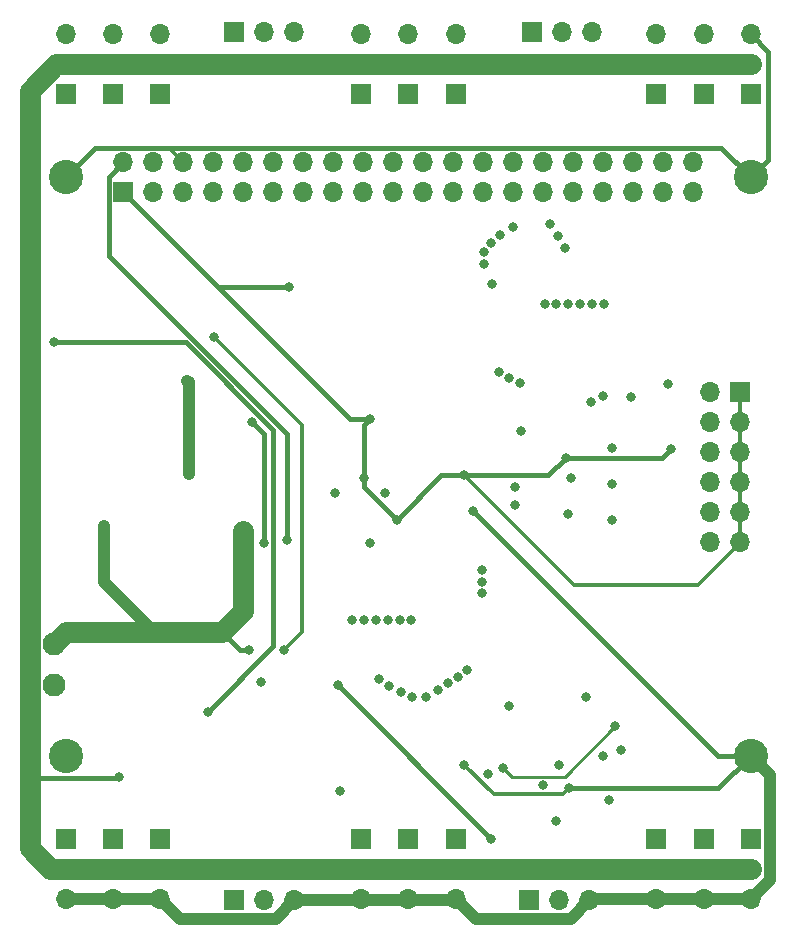
<source format=gbr>
%TF.GenerationSoftware,KiCad,Pcbnew,8.0.6-8.0.6-0~ubuntu24.04.1*%
%TF.CreationDate,2024-11-11T20:35:34-05:00*%
%TF.ProjectId,Hexapod_bot,48657861-706f-4645-9f62-6f742e6b6963,rev?*%
%TF.SameCoordinates,Original*%
%TF.FileFunction,Copper,L3,Inr*%
%TF.FilePolarity,Positive*%
%FSLAX46Y46*%
G04 Gerber Fmt 4.6, Leading zero omitted, Abs format (unit mm)*
G04 Created by KiCad (PCBNEW 8.0.6-8.0.6-0~ubuntu24.04.1) date 2024-11-11 20:35:34*
%MOMM*%
%LPD*%
G01*
G04 APERTURE LIST*
%TA.AperFunction,ComponentPad*%
%ADD10R,1.700000X1.700000*%
%TD*%
%TA.AperFunction,ComponentPad*%
%ADD11O,1.700000X1.700000*%
%TD*%
%TA.AperFunction,ComponentPad*%
%ADD12C,1.950000*%
%TD*%
%TA.AperFunction,ComponentPad*%
%ADD13C,2.900000*%
%TD*%
%TA.AperFunction,ViaPad*%
%ADD14C,0.800000*%
%TD*%
%TA.AperFunction,Conductor*%
%ADD15C,0.400000*%
%TD*%
%TA.AperFunction,Conductor*%
%ADD16C,0.300000*%
%TD*%
%TA.AperFunction,Conductor*%
%ADD17C,1.000000*%
%TD*%
%TA.AperFunction,Conductor*%
%ADD18C,0.240000*%
%TD*%
%TA.AperFunction,Conductor*%
%ADD19C,1.800000*%
%TD*%
G04 APERTURE END LIST*
D10*
%TO.N,/servo_control/servo17*%
%TO.C,J21*%
X58000000Y-56000000D03*
D11*
%TO.N,6V_servo*%
X58000000Y-58540000D03*
%TO.N,GND*%
X58000000Y-61080000D03*
%TD*%
D10*
%TO.N,/servo_control/servo13*%
%TO.C,J17*%
X29000000Y-56000000D03*
D11*
%TO.N,6V_servo*%
X29000000Y-58540000D03*
%TO.N,GND*%
X29000000Y-61080000D03*
%TD*%
D10*
%TO.N,/servo_control/servo9*%
%TO.C,J13*%
X0Y-56000000D03*
D11*
%TO.N,6V_servo*%
X0Y-58540000D03*
%TO.N,GND*%
X0Y-61080000D03*
%TD*%
D10*
%TO.N,/servo_control/servo5*%
%TO.C,J7*%
X25000000Y7000000D03*
D11*
%TO.N,6V_servo*%
X25000000Y9540000D03*
%TO.N,GND*%
X25000000Y12080000D03*
%TD*%
D10*
%TO.N,/servo_control/servo12*%
%TO.C,J16*%
X25000000Y-56000000D03*
D11*
%TO.N,6V_servo*%
X25000000Y-58540000D03*
%TO.N,GND*%
X25000000Y-61080000D03*
%TD*%
D12*
%TO.N,GND*%
%TO.C,J3*%
X-1000000Y-43000000D03*
%TO.N,7.4V_batt*%
X-1000000Y-39500000D03*
%TD*%
D10*
%TO.N,/servo_control/pwm3*%
%TO.C,J24*%
X14225000Y-61225000D03*
D11*
%TO.N,5V_pi*%
X16765000Y-61225000D03*
%TO.N,GND*%
X19305000Y-61225000D03*
%TD*%
D10*
%TO.N,/servo_control/servo1*%
%TO.C,J11*%
X54000000Y7000000D03*
D11*
%TO.N,6V_servo*%
X54000000Y9540000D03*
%TO.N,GND*%
X54000000Y12080000D03*
%TD*%
D10*
%TO.N,/servo_control/servo3*%
%TO.C,J9*%
X33000000Y7000000D03*
D11*
%TO.N,6V_servo*%
X33000000Y9540000D03*
%TO.N,GND*%
X33000000Y12080000D03*
%TD*%
D10*
%TO.N,/servo_control/servo4*%
%TO.C,J8*%
X29000000Y7000000D03*
D11*
%TO.N,6V_servo*%
X29000000Y9540000D03*
%TO.N,GND*%
X29000000Y12080000D03*
%TD*%
D13*
%TO.N,GND*%
%TO.C,H4*%
X58000000Y-49000000D03*
%TD*%
%TO.N,GND*%
%TO.C,H1*%
X0Y0D03*
%TD*%
D10*
%TO.N,/servo_control/servo0*%
%TO.C,J12*%
X58000000Y7000000D03*
D11*
%TO.N,6V_servo*%
X58000000Y9540000D03*
%TO.N,GND*%
X58000000Y12080000D03*
%TD*%
D10*
%TO.N,/servo_control/pwm1*%
%TO.C,J22*%
X14225000Y12275000D03*
D11*
%TO.N,5V_pi*%
X16765000Y12275000D03*
%TO.N,GND*%
X19305000Y12275000D03*
%TD*%
D13*
%TO.N,GND*%
%TO.C,H2*%
X58000000Y0D03*
%TD*%
D10*
%TO.N,/servo_control/servo8*%
%TO.C,J4*%
X0Y7000000D03*
D11*
%TO.N,6V_servo*%
X0Y9540000D03*
%TO.N,GND*%
X0Y12080000D03*
%TD*%
D10*
%TO.N,/servo_control/servo16*%
%TO.C,J20*%
X54000000Y-56000000D03*
D11*
%TO.N,6V_servo*%
X54000000Y-58540000D03*
%TO.N,GND*%
X54000000Y-61080000D03*
%TD*%
D10*
%TO.N,/servo_control/servo14*%
%TO.C,J18*%
X33000000Y-56000000D03*
D11*
%TO.N,6V_servo*%
X33000000Y-58540000D03*
%TO.N,GND*%
X33000000Y-61080000D03*
%TD*%
D10*
%TO.N,/servo_control/pwm4*%
%TO.C,J25*%
X39225000Y-61225000D03*
D11*
%TO.N,5V_pi*%
X41765000Y-61225000D03*
%TO.N,GND*%
X44305000Y-61225000D03*
%TD*%
D10*
%TO.N,/servo_control/servo7*%
%TO.C,J5*%
X4000000Y7000000D03*
D11*
%TO.N,6V_servo*%
X4000000Y9540000D03*
%TO.N,GND*%
X4000000Y12080000D03*
%TD*%
D10*
%TO.N,/servo_control/servo11*%
%TO.C,J15*%
X8000000Y-56000000D03*
D11*
%TO.N,6V_servo*%
X8000000Y-58540000D03*
%TO.N,GND*%
X8000000Y-61080000D03*
%TD*%
D10*
%TO.N,/servo_control/servo6*%
%TO.C,J6*%
X8000000Y7000000D03*
D11*
%TO.N,6V_servo*%
X8000000Y9540000D03*
%TO.N,GND*%
X8000000Y12080000D03*
%TD*%
D13*
%TO.N,GND*%
%TO.C,H3*%
X0Y-49000000D03*
%TD*%
D11*
%TO.N,Net-(J1-Pin_37)*%
%TO.C,J2*%
X54500000Y-30875000D03*
%TO.N,3V3_pi*%
X57040000Y-30875000D03*
%TO.N,Net-(J1-Pin_35)*%
X54500000Y-28335000D03*
%TO.N,3V3_pi*%
X57040000Y-28335000D03*
%TO.N,Net-(J1-Pin_33)*%
X54500000Y-25795000D03*
%TO.N,3V3_pi*%
X57040000Y-25795000D03*
%TO.N,Net-(J1-Pin_31)*%
X54500000Y-23255000D03*
%TO.N,3V3_pi*%
X57040000Y-23255000D03*
%TO.N,Net-(J1-Pin_29)*%
X54500000Y-20715000D03*
%TO.N,3V3_pi*%
X57040000Y-20715000D03*
%TO.N,Net-(J1-Pin_27)*%
X54500000Y-18175000D03*
D10*
%TO.N,3V3_pi*%
X57040000Y-18175000D03*
%TD*%
%TO.N,/servo_control/pwm2*%
%TO.C,J23*%
X39500000Y12250000D03*
D11*
%TO.N,5V_pi*%
X42040000Y12250000D03*
%TO.N,GND*%
X44580000Y12250000D03*
%TD*%
D10*
%TO.N,/servo_control/servo2*%
%TO.C,J10*%
X50000000Y7000000D03*
D11*
%TO.N,6V_servo*%
X50000000Y9540000D03*
%TO.N,GND*%
X50000000Y12080000D03*
%TD*%
D10*
%TO.N,3V3_pi*%
%TO.C,J1*%
X4870000Y-1290000D03*
D11*
%TO.N,5V_pi*%
X4870000Y1250000D03*
%TO.N,SDA_3V3*%
X7410000Y-1290000D03*
%TO.N,unconnected-(J1-Pin_4-Pad4)*%
X7410000Y1250000D03*
%TO.N,SCL_3V3*%
X9950000Y-1290000D03*
%TO.N,GND*%
X9950000Y1250000D03*
%TO.N,CLK_3V3*%
X12490000Y-1290000D03*
%TO.N,Net-(J1-Pin_8)*%
X12490000Y1250000D03*
%TO.N,unconnected-(J1-Pin_9-Pad9)*%
X15030000Y-1290000D03*
%TO.N,unconnected-(J1-Pin_10-Pad10)*%
X15030000Y1250000D03*
%TO.N,unconnected-(J1-Pin_11-Pad11)*%
X17570000Y-1290000D03*
%TO.N,unconnected-(J1-Pin_12-Pad12)*%
X17570000Y1250000D03*
%TO.N,BattLow*%
X20110000Y-1290000D03*
%TO.N,unconnected-(J1-Pin_14-Pad14)*%
X20110000Y1250000D03*
%TO.N,unconnected-(J1-Pin_15-Pad15)*%
X22650000Y-1290000D03*
%TO.N,unconnected-(J1-Pin_16-Pad16)*%
X22650000Y1250000D03*
%TO.N,unconnected-(J1-Pin_17-Pad17)*%
X25190000Y-1290000D03*
%TO.N,unconnected-(J1-Pin_18-Pad18)*%
X25190000Y1250000D03*
%TO.N,unconnected-(J1-Pin_19-Pad19)*%
X27730000Y-1290000D03*
%TO.N,unconnected-(J1-Pin_20-Pad20)*%
X27730000Y1250000D03*
%TO.N,unconnected-(J1-Pin_21-Pad21)*%
X30270000Y-1290000D03*
%TO.N,unconnected-(J1-Pin_22-Pad22)*%
X30270000Y1250000D03*
%TO.N,unconnected-(J1-Pin_23-Pad23)*%
X32810000Y-1290000D03*
%TO.N,unconnected-(J1-Pin_24-Pad24)*%
X32810000Y1250000D03*
%TO.N,unconnected-(J1-Pin_25-Pad25)*%
X35350000Y-1290000D03*
%TO.N,unconnected-(J1-Pin_26-Pad26)*%
X35350000Y1250000D03*
%TO.N,Net-(J1-Pin_27)*%
X37890000Y-1290000D03*
%TO.N,unconnected-(J1-Pin_28-Pad28)*%
X37890000Y1250000D03*
%TO.N,Net-(J1-Pin_29)*%
X40430000Y-1290000D03*
%TO.N,unconnected-(J1-Pin_30-Pad30)*%
X40430000Y1250000D03*
%TO.N,Net-(J1-Pin_31)*%
X42970000Y-1290000D03*
%TO.N,unconnected-(J1-Pin_32-Pad32)*%
X42970000Y1250000D03*
%TO.N,Net-(J1-Pin_33)*%
X45510000Y-1290000D03*
%TO.N,unconnected-(J1-Pin_34-Pad34)*%
X45510000Y1250000D03*
%TO.N,Net-(J1-Pin_35)*%
X48050000Y-1290000D03*
%TO.N,unconnected-(J1-Pin_36-Pad36)*%
X48050000Y1250000D03*
%TO.N,Net-(J1-Pin_37)*%
X50590000Y-1290000D03*
%TO.N,unconnected-(J1-Pin_38-Pad38)*%
X50590000Y1250000D03*
%TO.N,GND*%
X53130000Y-1290000D03*
%TO.N,unconnected-(J1-Pin_40-Pad40)*%
X53130000Y1250000D03*
%TD*%
D10*
%TO.N,/servo_control/servo15*%
%TO.C,J19*%
X50000000Y-56000000D03*
D11*
%TO.N,6V_servo*%
X50000000Y-58540000D03*
%TO.N,GND*%
X50000000Y-61080000D03*
%TD*%
D10*
%TO.N,/servo_control/servo10*%
%TO.C,J14*%
X4000000Y-56000000D03*
D11*
%TO.N,6V_servo*%
X4000000Y-58540000D03*
%TO.N,GND*%
X4000000Y-61080000D03*
%TD*%
D14*
%TO.N,5V_pi*%
X51000000Y-17500000D03*
%TO.N,GND*%
X36091501Y-9091501D03*
X22750000Y-26750000D03*
X27000000Y-26750000D03*
X47875000Y-18625000D03*
%TO.N,7.4V_batt*%
X15500000Y-40000000D03*
%TO.N,GND*%
X34500000Y-28250000D03*
%TO.N,Net-(U5B--)*%
X23250000Y-52000000D03*
X37500000Y-44750000D03*
%TO.N,Net-(U5B-+)*%
X46000000Y-52750000D03*
X41750000Y-49750000D03*
%TO.N,GND*%
X33750000Y-49750000D03*
X42587500Y-51750000D03*
X10250000Y-17250000D03*
X10386050Y-25113950D03*
%TO.N,5V_pi*%
X18750000Y-30750000D03*
%TO.N,/servo_control/SCL_5V*%
X44500000Y-19000000D03*
%TO.N,/servo_control/SDA_5V*%
X45500000Y-18500000D03*
X42500000Y-28500000D03*
%TO.N,/servo_control/SCL_5V*%
X42750000Y-25500000D03*
%TO.N,SDA_3V3*%
X46250000Y-29000000D03*
%TO.N,SCL_3V3*%
X46250000Y-26000000D03*
%TO.N,CLK_3V3*%
X46250000Y-22950000D03*
X38500000Y-21500000D03*
%TO.N,SDA_3V3*%
X38000000Y-27750000D03*
%TO.N,SCL_3V3*%
X38000000Y-26250000D03*
%TO.N,Net-(U5B--)*%
X47000000Y-48500000D03*
X44000000Y-44000000D03*
X45500000Y-49000000D03*
%TO.N,Net-(U5A-+)*%
X46500000Y-46500000D03*
X37000000Y-50000000D03*
%TO.N,Net-(U5A--)*%
X41500000Y-54500000D03*
X35750000Y-50500000D03*
%TO.N,Net-(U4-OUT)*%
X36000000Y-56000000D03*
X23000000Y-43000000D03*
%TO.N,/servo_control/servo0*%
X42295001Y-6000000D03*
%TO.N,GND*%
X16500000Y-42750000D03*
%TO.N,5V_pi*%
X25750000Y-31000000D03*
%TO.N,7.4V_batt*%
X15000000Y-30000000D03*
X7500000Y-38500000D03*
X10750000Y-38500000D03*
X3250000Y-29500000D03*
X13250000Y-38500000D03*
%TO.N,GND*%
X34000000Y-41750000D03*
%TO.N,6V_servo*%
X-3075000Y-33000000D03*
X4500000Y-50750000D03*
X-3075000Y-29500000D03*
X-3075000Y-17750000D03*
X-3075000Y-24750000D03*
%TO.N,3V3_pi*%
X18918750Y-9331250D03*
%TO.N,BattLow*%
X40412500Y-51500000D03*
%TO.N,/servo_control/servo9*%
X26500000Y-42500000D03*
%TO.N,/servo_control/servo12*%
X29272012Y-44009064D03*
%TO.N,/servo_control/servo15*%
X32335894Y-42859403D03*
%TO.N,/servo_control/servo10*%
X27332053Y-43054702D03*
%TO.N,/servo_control/servo13*%
X30500000Y-44000000D03*
%TO.N,/servo_control/servo16*%
X33167947Y-42304702D03*
%TO.N,/servo_control/servo11*%
X28347339Y-43628296D03*
%TO.N,/servo_control/servo14*%
X31503843Y-43414105D03*
%TO.N,/servo_control/servo17*%
X35250000Y-35250000D03*
%TO.N,/servo_control/pwm3*%
X35259117Y-34240883D03*
%TO.N,/servo_control/pwm4*%
X35262119Y-33225650D03*
%TO.N,Net-(JP1-B)*%
X45552876Y-10747999D03*
%TO.N,Net-(JP2-B)*%
X44553589Y-10785810D03*
%TO.N,Net-(JP3-B)*%
X43535583Y-10785583D03*
%TO.N,Net-(JP4-B)*%
X42536605Y-10740335D03*
%TO.N,/servo_control/A5_1*%
X40536681Y-10749289D03*
%TO.N,/servo_control/A5_2*%
X29250003Y-37500000D03*
%TO.N,Net-(JP7-B)*%
X24226962Y-37504179D03*
%TO.N,Net-(JP8-B)*%
X25226847Y-37488874D03*
%TO.N,Net-(JP9-B)*%
X26240883Y-37490883D03*
%TO.N,Net-(JP10-B)*%
X27250000Y-37500000D03*
%TO.N,Net-(JP11-B)*%
X28250000Y-37500000D03*
%TO.N,Net-(U2-FB)*%
X12500000Y-13500000D03*
X18500000Y-40000000D03*
%TO.N,Net-(U1-PGATE)*%
X15750000Y-20750000D03*
X16750000Y-31000000D03*
%TO.N,Net-(JP5-B)*%
X41536678Y-10752621D03*
%TO.N,/servo_control/pwm1*%
X37510779Y-17029032D03*
%TO.N,/servo_control/servo8*%
X36680702Y-16471384D03*
%TO.N,/servo_control/servo3*%
X37852204Y-4214535D03*
%TO.N,/servo_control/servo4*%
X36750000Y-4892400D03*
%TO.N,/servo_control/servo5*%
X36035902Y-5612400D03*
%TO.N,/servo_control/servo6*%
X35365883Y-6365883D03*
%TO.N,/servo_control/servo2*%
X41000000Y-4000000D03*
%TO.N,/servo_control/servo7*%
X35375000Y-7375000D03*
%TO.N,/servo_control/servo1*%
X41645002Y-5000000D03*
%TO.N,/servo_control/pwm2*%
X38410077Y-17466374D03*
%TO.N,3V3_pi*%
X25750000Y-20500000D03*
X33750000Y-25250000D03*
X42332800Y-23750000D03*
X28000000Y-29000000D03*
X25250000Y-25500000D03*
X51250000Y-23000000D03*
%TO.N,Net-(U2-SW)*%
X12000000Y-45250000D03*
X-1000000Y-14000000D03*
%TD*%
D15*
%TO.N,Net-(U2-SW)*%
X-1000000Y-14000000D02*
X10131371Y-14000000D01*
X10131371Y-14000000D02*
X17550000Y-21418629D01*
X17550000Y-21418629D02*
X17550000Y-39700000D01*
X17550000Y-39700000D02*
X12000000Y-45250000D01*
D16*
%TO.N,3V3_pi*%
X57040000Y-18175000D02*
X57040000Y-30960000D01*
X57040000Y-30960000D02*
X53500000Y-34500000D01*
X53500000Y-34500000D02*
X43000000Y-34500000D01*
X43000000Y-34500000D02*
X33750000Y-25250000D01*
D17*
%TO.N,GND*%
X58000000Y-61080000D02*
X59600000Y-59480000D01*
X59600000Y-59480000D02*
X59600000Y-50600000D01*
X59600000Y-50600000D02*
X58000000Y-49000000D01*
X8000000Y-61080000D02*
X0Y-61080000D01*
X19305000Y-61225000D02*
X17755000Y-62775000D01*
X17755000Y-62775000D02*
X9695000Y-62775000D01*
X9695000Y-62775000D02*
X8000000Y-61080000D01*
X33000000Y-61080000D02*
X32670000Y-61080000D01*
X32670000Y-61080000D02*
X32525000Y-61225000D01*
X32525000Y-61225000D02*
X19305000Y-61225000D01*
X44305000Y-61225000D02*
X42755000Y-62775000D01*
X42755000Y-62775000D02*
X34695000Y-62775000D01*
X34695000Y-62775000D02*
X33000000Y-61080000D01*
X58000000Y-61080000D02*
X44450000Y-61080000D01*
X44450000Y-61080000D02*
X44305000Y-61225000D01*
D15*
X58000000Y0D02*
X59450000Y1450000D01*
X59450000Y1450000D02*
X59450000Y10630000D01*
X59450000Y10630000D02*
X58000000Y12080000D01*
X0Y0D02*
X2500000Y2500000D01*
X2500000Y2500000D02*
X55500000Y2500000D01*
X55500000Y2500000D02*
X58000000Y0D01*
%TO.N,7.4V_batt*%
X14750000Y-40000000D02*
X15500000Y-40000000D01*
X13250000Y-38500000D02*
X14750000Y-40000000D01*
%TO.N,GND*%
X55250000Y-49000000D02*
X34500000Y-28250000D01*
X58000000Y-49000000D02*
X55250000Y-49000000D01*
X42587500Y-51750000D02*
X55250000Y-51750000D01*
X55250000Y-51750000D02*
X58000000Y-49000000D01*
D16*
X42587500Y-51750000D02*
X42087500Y-52250000D01*
X36250000Y-52250000D02*
X33750000Y-49750000D01*
X42087500Y-52250000D02*
X36250000Y-52250000D01*
D17*
X10386050Y-17386050D02*
X10250000Y-17250000D01*
X10386050Y-25113950D02*
X10386050Y-17386050D01*
D15*
%TO.N,5V_pi*%
X18750000Y-21770101D02*
X18750000Y-30750000D01*
X3620000Y-6640101D02*
X18750000Y-21770101D01*
X3620000Y0D02*
X3620000Y-6640101D01*
X4870000Y1250000D02*
X3620000Y0D01*
D16*
%TO.N,Net-(U2-FB)*%
X18500000Y-40000000D02*
X20000000Y-38500000D01*
X20000000Y-38500000D02*
X20000000Y-21000000D01*
X20000000Y-21000000D02*
X12500000Y-13500000D01*
D18*
%TO.N,Net-(U5A-+)*%
X42220000Y-50780000D02*
X46500000Y-46500000D01*
X37780000Y-50780000D02*
X42220000Y-50780000D01*
X37000000Y-50000000D02*
X37780000Y-50780000D01*
%TO.N,GND*%
X0Y0D02*
X2420000Y2420000D01*
X2420000Y2420000D02*
X8780000Y2420000D01*
X8780000Y2420000D02*
X9950000Y1250000D01*
D15*
%TO.N,3V3_pi*%
X18918750Y-9331250D02*
X12911250Y-9331250D01*
%TO.N,Net-(U4-OUT)*%
X23000000Y-43000000D02*
X36000000Y-56000000D01*
D17*
%TO.N,7.4V_batt*%
X3250000Y-34250000D02*
X7500000Y-38500000D01*
D19*
X10750000Y-38500000D02*
X13250000Y-38500000D01*
X7500000Y-38500000D02*
X10750000Y-38500000D01*
X0Y-38500000D02*
X7500000Y-38500000D01*
X-1000000Y-39500000D02*
X0Y-38500000D01*
X15000000Y-30000000D02*
X15000000Y-36750000D01*
D17*
X3250000Y-29500000D02*
X3250000Y-34250000D01*
D19*
X15000000Y-36750000D02*
X13250000Y-38500000D01*
%TO.N,6V_servo*%
X-3075000Y-33000000D02*
X-3075000Y-29500000D01*
X-3075000Y-29500000D02*
X-3075000Y-24750000D01*
X58000000Y-58540000D02*
X0Y-58540000D01*
X-3075000Y-50750000D02*
X-3075000Y-33000000D01*
X-1360000Y-58540000D02*
X-3075000Y-56825000D01*
X33000000Y9540000D02*
X58000000Y9540000D01*
D15*
X-2975000Y-50850000D02*
X-3075000Y-50750000D01*
D19*
X-840000Y9540000D02*
X0Y9540000D01*
X-3075000Y-17750000D02*
X-3075000Y-8250000D01*
D15*
X4500000Y-50750000D02*
X4400000Y-50850000D01*
D19*
X-3075000Y-24750000D02*
X-3075000Y-17750000D01*
X-3075000Y-56825000D02*
X-3075000Y-50750000D01*
X0Y9540000D02*
X8000000Y9540000D01*
D15*
X4400000Y-50850000D02*
X-2975000Y-50850000D01*
D19*
X-3075000Y7305000D02*
X-840000Y9540000D01*
X-3075000Y-8250000D02*
X-3075000Y7305000D01*
X8000000Y9540000D02*
X33000000Y9540000D01*
X0Y-58540000D02*
X-1360000Y-58540000D01*
D16*
%TO.N,3V3_pi*%
X4870000Y-1290000D02*
X12911250Y-9331250D01*
D15*
%TO.N,Net-(U1-PGATE)*%
X16750000Y-21750000D02*
X15750000Y-20750000D01*
X16750000Y-31000000D02*
X16750000Y-21750000D01*
%TO.N,3V3_pi*%
X25750000Y-20500000D02*
X24080000Y-20500000D01*
X25250000Y-21000000D02*
X25750000Y-20500000D01*
X25250000Y-25500000D02*
X25250000Y-21000000D01*
X50500000Y-23750000D02*
X51250000Y-23000000D01*
X25250000Y-26250000D02*
X25250000Y-25500000D01*
X28000000Y-29000000D02*
X25250000Y-26250000D01*
X33750000Y-25250000D02*
X31750000Y-25250000D01*
X24080000Y-20500000D02*
X4870000Y-1290000D01*
X31750000Y-25250000D02*
X28000000Y-29000000D01*
X42332800Y-23750000D02*
X40832800Y-25250000D01*
X42332800Y-23750000D02*
X45750000Y-23750000D01*
X45750000Y-23750000D02*
X50500000Y-23750000D01*
X40832800Y-25250000D02*
X33750000Y-25250000D01*
%TD*%
M02*

</source>
